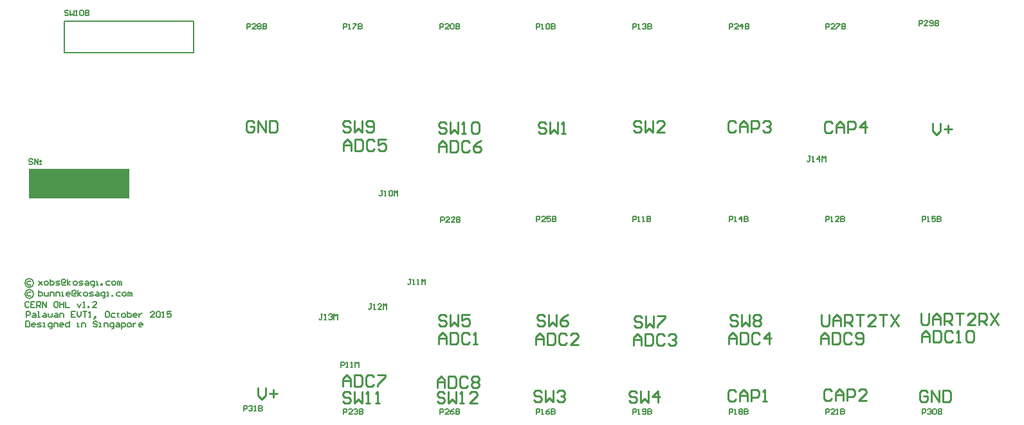
<source format=gto>
G04 Layer_Color=65535*
%FSLAX25Y25*%
%MOIN*%
G70*
G01*
G75*
%ADD14C,0.00591*%
%ADD85C,0.00787*%
%ADD98C,0.00500*%
%ADD99C,0.01000*%
%ADD100R,0.52362X0.15748*%
D14*
X-240043Y152755D02*
X-240502Y153214D01*
X-241421D01*
X-241880Y152755D01*
Y152296D01*
X-241421Y151837D01*
X-240502D01*
X-240043Y151378D01*
Y150918D01*
X-240502Y150459D01*
X-241421D01*
X-241880Y150918D01*
X-239125Y153214D02*
Y150459D01*
X-238206Y151378D01*
X-237288Y150459D01*
Y153214D01*
X-236370Y150459D02*
X-235451D01*
X-235910D01*
Y153214D01*
X-236370Y152755D01*
X-234074D02*
X-233615Y153214D01*
X-232696D01*
X-232237Y152755D01*
Y150918D01*
X-232696Y150459D01*
X-233615D01*
X-234074Y150918D01*
Y152755D01*
X-231319Y153214D02*
Y150459D01*
X-229941D01*
X-229482Y150918D01*
Y151378D01*
X-229941Y151837D01*
X-231319D01*
X-229941D01*
X-229482Y152296D01*
Y152755D01*
X-229941Y153214D01*
X-231319D01*
X-149280Y-54741D02*
Y-51986D01*
X-147902D01*
X-147443Y-52445D01*
Y-53363D01*
X-147902Y-53822D01*
X-149280D01*
X-146525Y-52445D02*
X-146065Y-51986D01*
X-145147D01*
X-144688Y-52445D01*
Y-52904D01*
X-145147Y-53363D01*
X-145606D01*
X-145147D01*
X-144688Y-53822D01*
Y-54282D01*
X-145147Y-54741D01*
X-146065D01*
X-146525Y-54282D01*
X-143770Y-54741D02*
X-142851D01*
X-143310D01*
Y-51986D01*
X-143770Y-52445D01*
X-141474Y-51986D02*
Y-54741D01*
X-140096D01*
X-139637Y-54282D01*
Y-53822D01*
X-140096Y-53363D01*
X-141474D01*
X-140096D01*
X-139637Y-52904D01*
Y-52445D01*
X-140096Y-51986D01*
X-141474D01*
X202420Y-56541D02*
Y-53786D01*
X203798D01*
X204257Y-54245D01*
Y-55163D01*
X203798Y-55622D01*
X202420D01*
X205175Y-54245D02*
X205634Y-53786D01*
X206553D01*
X207012Y-54245D01*
Y-54704D01*
X206553Y-55163D01*
X206094D01*
X206553D01*
X207012Y-55622D01*
Y-56082D01*
X206553Y-56541D01*
X205634D01*
X205175Y-56082D01*
X207930Y-54245D02*
X208390Y-53786D01*
X209308D01*
X209767Y-54245D01*
Y-56082D01*
X209308Y-56541D01*
X208390D01*
X207930Y-56082D01*
Y-54245D01*
X210685Y-53786D02*
Y-56541D01*
X212063D01*
X212522Y-56082D01*
Y-55622D01*
X212063Y-55163D01*
X210685D01*
X212063D01*
X212522Y-54704D01*
Y-54245D01*
X212063Y-53786D01*
X210685D01*
X200720Y145259D02*
Y148014D01*
X202098D01*
X202557Y147555D01*
Y146637D01*
X202098Y146178D01*
X200720D01*
X205312Y145259D02*
X203475D01*
X205312Y147096D01*
Y147555D01*
X204853Y148014D01*
X203935D01*
X203475Y147555D01*
X206230Y145718D02*
X206690Y145259D01*
X207608D01*
X208067Y145718D01*
Y147555D01*
X207608Y148014D01*
X206690D01*
X206230Y147555D01*
Y147096D01*
X206690Y146637D01*
X208067D01*
X208985Y148014D02*
Y145259D01*
X210363D01*
X210822Y145718D01*
Y146178D01*
X210363Y146637D01*
X208985D01*
X210363D01*
X210822Y147096D01*
Y147555D01*
X210363Y148014D01*
X208985D01*
X-147580Y143559D02*
Y146314D01*
X-146202D01*
X-145743Y145855D01*
Y144937D01*
X-146202Y144478D01*
X-147580D01*
X-142988Y143559D02*
X-144825D01*
X-142988Y145396D01*
Y145855D01*
X-143447Y146314D01*
X-144366D01*
X-144825Y145855D01*
X-142070D02*
X-141610Y146314D01*
X-140692D01*
X-140233Y145855D01*
Y145396D01*
X-140692Y144937D01*
X-140233Y144478D01*
Y144018D01*
X-140692Y143559D01*
X-141610D01*
X-142070Y144018D01*
Y144478D01*
X-141610Y144937D01*
X-142070Y145396D01*
Y145855D01*
X-141610Y144937D02*
X-140692D01*
X-139315Y146314D02*
Y143559D01*
X-137937D01*
X-137478Y144018D01*
Y144478D01*
X-137937Y144937D01*
X-139315D01*
X-137937D01*
X-137478Y145396D01*
Y145855D01*
X-137937Y146314D01*
X-139315D01*
X152420Y143559D02*
Y146314D01*
X153798D01*
X154257Y145855D01*
Y144937D01*
X153798Y144478D01*
X152420D01*
X157012Y143559D02*
X155175D01*
X157012Y145396D01*
Y145855D01*
X156553Y146314D01*
X155634D01*
X155175Y145855D01*
X157930Y146314D02*
X159767D01*
Y145855D01*
X157930Y144018D01*
Y143559D01*
X160685Y146314D02*
Y143559D01*
X162063D01*
X162522Y144018D01*
Y144478D01*
X162063Y144937D01*
X160685D01*
X162063D01*
X162522Y145396D01*
Y145855D01*
X162063Y146314D01*
X160685D01*
X-47580Y-56441D02*
Y-53686D01*
X-46202D01*
X-45743Y-54145D01*
Y-55063D01*
X-46202Y-55522D01*
X-47580D01*
X-42988Y-56441D02*
X-44825D01*
X-42988Y-54604D01*
Y-54145D01*
X-43447Y-53686D01*
X-44366D01*
X-44825Y-54145D01*
X-40233Y-53686D02*
X-41151Y-54145D01*
X-42070Y-55063D01*
Y-55982D01*
X-41610Y-56441D01*
X-40692D01*
X-40233Y-55982D01*
Y-55522D01*
X-40692Y-55063D01*
X-42070D01*
X-39315Y-53686D02*
Y-56441D01*
X-37937D01*
X-37478Y-55982D01*
Y-55522D01*
X-37937Y-55063D01*
X-39315D01*
X-37937D01*
X-37478Y-54604D01*
Y-54145D01*
X-37937Y-53686D01*
X-39315D01*
X2420Y43559D02*
Y46314D01*
X3798D01*
X4257Y45855D01*
Y44937D01*
X3798Y44478D01*
X2420D01*
X7012Y43559D02*
X5175D01*
X7012Y45396D01*
Y45855D01*
X6553Y46314D01*
X5635D01*
X5175Y45855D01*
X9767Y46314D02*
X7930D01*
Y44937D01*
X8849Y45396D01*
X9308D01*
X9767Y44937D01*
Y44018D01*
X9308Y43559D01*
X8389D01*
X7930Y44018D01*
X10685Y46314D02*
Y43559D01*
X12063D01*
X12522Y44018D01*
Y44478D01*
X12063Y44937D01*
X10685D01*
X12063D01*
X12522Y45396D01*
Y45855D01*
X12063Y46314D01*
X10685D01*
X102420Y143559D02*
Y146314D01*
X103798D01*
X104257Y145855D01*
Y144937D01*
X103798Y144478D01*
X102420D01*
X107012Y143559D02*
X105175D01*
X107012Y145396D01*
Y145855D01*
X106553Y146314D01*
X105634D01*
X105175Y145855D01*
X109308Y143559D02*
Y146314D01*
X107930Y144937D01*
X109767D01*
X110685Y146314D02*
Y143559D01*
X112063D01*
X112522Y144018D01*
Y144478D01*
X112063Y144937D01*
X110685D01*
X112063D01*
X112522Y145396D01*
Y145855D01*
X112063Y146314D01*
X110685D01*
X-97580Y-56441D02*
Y-53686D01*
X-96202D01*
X-95743Y-54145D01*
Y-55063D01*
X-96202Y-55522D01*
X-97580D01*
X-92988Y-56441D02*
X-94825D01*
X-92988Y-54604D01*
Y-54145D01*
X-93447Y-53686D01*
X-94366D01*
X-94825Y-54145D01*
X-92070D02*
X-91610Y-53686D01*
X-90692D01*
X-90233Y-54145D01*
Y-54604D01*
X-90692Y-55063D01*
X-91151D01*
X-90692D01*
X-90233Y-55522D01*
Y-55982D01*
X-90692Y-56441D01*
X-91610D01*
X-92070Y-55982D01*
X-89315Y-53686D02*
Y-56441D01*
X-87937D01*
X-87478Y-55982D01*
Y-55522D01*
X-87937Y-55063D01*
X-89315D01*
X-87937D01*
X-87478Y-54604D01*
Y-54145D01*
X-87937Y-53686D01*
X-89315D01*
X-47180Y43259D02*
Y46014D01*
X-45802D01*
X-45343Y45555D01*
Y44637D01*
X-45802Y44178D01*
X-47180D01*
X-42588Y43259D02*
X-44425D01*
X-42588Y45096D01*
Y45555D01*
X-43047Y46014D01*
X-43966D01*
X-44425Y45555D01*
X-39833Y43259D02*
X-41670D01*
X-39833Y45096D01*
Y45555D01*
X-40292Y46014D01*
X-41210D01*
X-41670Y45555D01*
X-38915Y46014D02*
Y43259D01*
X-37537D01*
X-37078Y43718D01*
Y44178D01*
X-37537Y44637D01*
X-38915D01*
X-37537D01*
X-37078Y45096D01*
Y45555D01*
X-37537Y46014D01*
X-38915D01*
X152420Y-56441D02*
Y-53686D01*
X153798D01*
X154257Y-54145D01*
Y-55063D01*
X153798Y-55522D01*
X152420D01*
X157012Y-56441D02*
X155175D01*
X157012Y-54604D01*
Y-54145D01*
X156553Y-53686D01*
X155634D01*
X155175Y-54145D01*
X157930Y-56441D02*
X158849D01*
X158390D01*
Y-53686D01*
X157930Y-54145D01*
X160226Y-53686D02*
Y-56441D01*
X161604D01*
X162063Y-55982D01*
Y-55522D01*
X161604Y-55063D01*
X160226D01*
X161604D01*
X162063Y-54604D01*
Y-54145D01*
X161604Y-53686D01*
X160226D01*
X-47580Y143559D02*
Y146314D01*
X-46202D01*
X-45743Y145855D01*
Y144937D01*
X-46202Y144478D01*
X-47580D01*
X-42988Y143559D02*
X-44825D01*
X-42988Y145396D01*
Y145855D01*
X-43447Y146314D01*
X-44366D01*
X-44825Y145855D01*
X-42070D02*
X-41610Y146314D01*
X-40692D01*
X-40233Y145855D01*
Y144018D01*
X-40692Y143559D01*
X-41610D01*
X-42070Y144018D01*
Y145855D01*
X-39315Y146314D02*
Y143559D01*
X-37937D01*
X-37478Y144018D01*
Y144478D01*
X-37937Y144937D01*
X-39315D01*
X-37937D01*
X-37478Y145396D01*
Y145855D01*
X-37937Y146314D01*
X-39315D01*
X52420Y-56441D02*
Y-53686D01*
X53798D01*
X54257Y-54145D01*
Y-55063D01*
X53798Y-55522D01*
X52420D01*
X55175Y-56441D02*
X56094D01*
X55634D01*
Y-53686D01*
X55175Y-54145D01*
X57471Y-55982D02*
X57930Y-56441D01*
X58849D01*
X59308Y-55982D01*
Y-54145D01*
X58849Y-53686D01*
X57930D01*
X57471Y-54145D01*
Y-54604D01*
X57930Y-55063D01*
X59308D01*
X60226Y-53686D02*
Y-56441D01*
X61604D01*
X62063Y-55982D01*
Y-55522D01*
X61604Y-55063D01*
X60226D01*
X61604D01*
X62063Y-54604D01*
Y-54145D01*
X61604Y-53686D01*
X60226D01*
X102420Y-56441D02*
Y-53686D01*
X103798D01*
X104257Y-54145D01*
Y-55063D01*
X103798Y-55522D01*
X102420D01*
X105175Y-56441D02*
X106094D01*
X105634D01*
Y-53686D01*
X105175Y-54145D01*
X107471D02*
X107930Y-53686D01*
X108849D01*
X109308Y-54145D01*
Y-54604D01*
X108849Y-55063D01*
X109308Y-55522D01*
Y-55982D01*
X108849Y-56441D01*
X107930D01*
X107471Y-55982D01*
Y-55522D01*
X107930Y-55063D01*
X107471Y-54604D01*
Y-54145D01*
X107930Y-55063D02*
X108849D01*
X110226Y-53686D02*
Y-56441D01*
X111604D01*
X112063Y-55982D01*
Y-55522D01*
X111604Y-55063D01*
X110226D01*
X111604D01*
X112063Y-54604D01*
Y-54145D01*
X111604Y-53686D01*
X110226D01*
X-97580Y143559D02*
Y146314D01*
X-96202D01*
X-95743Y145855D01*
Y144937D01*
X-96202Y144478D01*
X-97580D01*
X-94825Y143559D02*
X-93906D01*
X-94366D01*
Y146314D01*
X-94825Y145855D01*
X-92529Y146314D02*
X-90692D01*
Y145855D01*
X-92529Y144018D01*
Y143559D01*
X-89774Y146314D02*
Y143559D01*
X-88396D01*
X-87937Y144018D01*
Y144478D01*
X-88396Y144937D01*
X-89774D01*
X-88396D01*
X-87937Y145396D01*
Y145855D01*
X-88396Y146314D01*
X-89774D01*
X2420Y-56441D02*
Y-53686D01*
X3798D01*
X4257Y-54145D01*
Y-55063D01*
X3798Y-55522D01*
X2420D01*
X5175Y-56441D02*
X6094D01*
X5635D01*
Y-53686D01*
X5175Y-54145D01*
X9308Y-53686D02*
X8389Y-54145D01*
X7471Y-55063D01*
Y-55982D01*
X7930Y-56441D01*
X8849D01*
X9308Y-55982D01*
Y-55522D01*
X8849Y-55063D01*
X7471D01*
X10226Y-53686D02*
Y-56441D01*
X11604D01*
X12063Y-55982D01*
Y-55522D01*
X11604Y-55063D01*
X10226D01*
X11604D01*
X12063Y-54604D01*
Y-54145D01*
X11604Y-53686D01*
X10226D01*
X202420Y43559D02*
Y46314D01*
X203798D01*
X204257Y45855D01*
Y44937D01*
X203798Y44478D01*
X202420D01*
X205175Y43559D02*
X206094D01*
X205634D01*
Y46314D01*
X205175Y45855D01*
X209308Y46314D02*
X207471D01*
Y44937D01*
X208390Y45396D01*
X208849D01*
X209308Y44937D01*
Y44018D01*
X208849Y43559D01*
X207930D01*
X207471Y44018D01*
X210226Y46314D02*
Y43559D01*
X211604D01*
X212063Y44018D01*
Y44478D01*
X211604Y44937D01*
X210226D01*
X211604D01*
X212063Y45396D01*
Y45855D01*
X211604Y46314D01*
X210226D01*
X102420Y43559D02*
Y46314D01*
X103798D01*
X104257Y45855D01*
Y44937D01*
X103798Y44478D01*
X102420D01*
X105175Y43559D02*
X106094D01*
X105634D01*
Y46314D01*
X105175Y45855D01*
X108849Y43559D02*
Y46314D01*
X107471Y44937D01*
X109308D01*
X110226Y46314D02*
Y43559D01*
X111604D01*
X112063Y44018D01*
Y44478D01*
X111604Y44937D01*
X110226D01*
X111604D01*
X112063Y45396D01*
Y45855D01*
X111604Y46314D01*
X110226D01*
X52420Y143559D02*
Y146314D01*
X53798D01*
X54257Y145855D01*
Y144937D01*
X53798Y144478D01*
X52420D01*
X55175Y143559D02*
X56094D01*
X55634D01*
Y146314D01*
X55175Y145855D01*
X57471D02*
X57930Y146314D01*
X58849D01*
X59308Y145855D01*
Y145396D01*
X58849Y144937D01*
X58390D01*
X58849D01*
X59308Y144478D01*
Y144018D01*
X58849Y143559D01*
X57930D01*
X57471Y144018D01*
X60226Y146314D02*
Y143559D01*
X61604D01*
X62063Y144018D01*
Y144478D01*
X61604Y144937D01*
X60226D01*
X61604D01*
X62063Y145396D01*
Y145855D01*
X61604Y146314D01*
X60226D01*
X152420Y43559D02*
Y46314D01*
X153798D01*
X154257Y45855D01*
Y44937D01*
X153798Y44478D01*
X152420D01*
X155175Y43559D02*
X156094D01*
X155634D01*
Y46314D01*
X155175Y45855D01*
X159308Y43559D02*
X157471D01*
X159308Y45396D01*
Y45855D01*
X158849Y46314D01*
X157930D01*
X157471Y45855D01*
X160226Y46314D02*
Y43559D01*
X161604D01*
X162063Y44018D01*
Y44478D01*
X161604Y44937D01*
X160226D01*
X161604D01*
X162063Y45396D01*
Y45855D01*
X161604Y46314D01*
X160226D01*
X52420Y43559D02*
Y46314D01*
X53798D01*
X54257Y45855D01*
Y44937D01*
X53798Y44478D01*
X52420D01*
X55175Y43559D02*
X56094D01*
X55634D01*
Y46314D01*
X55175Y45855D01*
X57471Y43559D02*
X58390D01*
X57930D01*
Y46314D01*
X57471Y45855D01*
X59767Y46314D02*
Y43559D01*
X61145D01*
X61604Y44018D01*
Y44478D01*
X61145Y44937D01*
X59767D01*
X61145D01*
X61604Y45396D01*
Y45855D01*
X61145Y46314D01*
X59767D01*
X2420Y143559D02*
Y146314D01*
X3798D01*
X4257Y145855D01*
Y144937D01*
X3798Y144478D01*
X2420D01*
X5175Y143559D02*
X6094D01*
X5635D01*
Y146314D01*
X5175Y145855D01*
X7471D02*
X7930Y146314D01*
X8849D01*
X9308Y145855D01*
Y144018D01*
X8849Y143559D01*
X7930D01*
X7471Y144018D01*
Y145855D01*
X10226Y146314D02*
Y143559D01*
X11604D01*
X12063Y144018D01*
Y144478D01*
X11604Y144937D01*
X10226D01*
X11604D01*
X12063Y145396D01*
Y145855D01*
X11604Y146314D01*
X10226D01*
X-77199Y59546D02*
X-78117D01*
X-77658D01*
Y57250D01*
X-78117Y56791D01*
X-78576D01*
X-79035Y57250D01*
X-76280Y56791D02*
X-75362D01*
X-75821D01*
Y59546D01*
X-76280Y59087D01*
X-73985D02*
X-73525Y59546D01*
X-72607D01*
X-72148Y59087D01*
Y57250D01*
X-72607Y56791D01*
X-73525D01*
X-73985Y57250D01*
Y59087D01*
X-71229Y56791D02*
Y59546D01*
X-70311Y58628D01*
X-69393Y59546D01*
Y56791D01*
X-62495Y13541D02*
X-63413D01*
X-62954D01*
Y11245D01*
X-63413Y10786D01*
X-63872D01*
X-64332Y11245D01*
X-61577Y10786D02*
X-60658D01*
X-61117D01*
Y13541D01*
X-61577Y13082D01*
X-59281Y10786D02*
X-58362D01*
X-58822D01*
Y13541D01*
X-59281Y13082D01*
X-56985Y10786D02*
Y13541D01*
X-56067Y12623D01*
X-55148Y13541D01*
Y10786D01*
X-82826Y747D02*
X-83744D01*
X-83285D01*
Y-1548D01*
X-83744Y-2008D01*
X-84203D01*
X-84662Y-1548D01*
X-81907Y-2008D02*
X-80989D01*
X-81448D01*
Y747D01*
X-81907Y288D01*
X-77775Y-2008D02*
X-79611D01*
X-77775Y-171D01*
Y288D01*
X-78234Y747D01*
X-79152D01*
X-79611Y288D01*
X-76856Y-2008D02*
Y747D01*
X-75938Y-171D01*
X-75020Y747D01*
Y-2008D01*
X-108367Y-4545D02*
X-109286D01*
X-108827D01*
Y-6841D01*
X-109286Y-7300D01*
X-109745D01*
X-110204Y-6841D01*
X-107449Y-7300D02*
X-106531D01*
X-106990D01*
Y-4545D01*
X-107449Y-5004D01*
X-105153D02*
X-104694Y-4545D01*
X-103776D01*
X-103316Y-5004D01*
Y-5463D01*
X-103776Y-5922D01*
X-104235D01*
X-103776D01*
X-103316Y-6381D01*
Y-6841D01*
X-103776Y-7300D01*
X-104694D01*
X-105153Y-6841D01*
X-102398Y-7300D02*
Y-4545D01*
X-101480Y-5463D01*
X-100561Y-4545D01*
Y-7300D01*
X144545Y77407D02*
X143627D01*
X144086D01*
Y75111D01*
X143627Y74652D01*
X143168D01*
X142709Y75111D01*
X145464Y74652D02*
X146382D01*
X145923D01*
Y77407D01*
X145464Y76948D01*
X149137Y74652D02*
Y77407D01*
X147759Y76030D01*
X149596D01*
X150514Y74652D02*
Y77407D01*
X151433Y76489D01*
X152351Y77407D01*
Y74652D01*
X-98819Y-32087D02*
Y-29332D01*
X-97441D01*
X-96982Y-29791D01*
Y-30709D01*
X-97441Y-31168D01*
X-98819D01*
X-96064Y-32087D02*
X-95145D01*
X-95605D01*
Y-29332D01*
X-96064Y-29791D01*
X-93768Y-32087D02*
X-92850D01*
X-93309D01*
Y-29332D01*
X-93768Y-29791D01*
X-91472Y-32087D02*
Y-29332D01*
X-90554Y-30250D01*
X-89635Y-29332D01*
Y-32087D01*
X-258662Y75590D02*
X-259154Y76082D01*
X-260138D01*
X-260630Y75590D01*
Y75098D01*
X-260138Y74606D01*
X-259154D01*
X-258662Y74114D01*
Y73622D01*
X-259154Y73130D01*
X-260138D01*
X-260630Y73622D01*
X-257678Y73130D02*
Y76082D01*
X-255710Y73130D01*
Y76082D01*
X-254726Y75098D02*
X-254234D01*
Y74606D01*
X-254726D01*
Y75098D01*
Y73622D02*
X-254234D01*
Y73130D01*
X-254726D01*
Y73622D01*
D85*
X-242075Y131260D02*
X-175075D01*
X-242075D02*
Y147468D01*
X-175075D01*
Y131260D02*
Y147468D01*
D98*
X-258039Y5906D02*
G03*
X-258039Y5906I-2296J0D01*
G01*
Y11614D02*
G03*
X-258039Y11614I-2296J0D01*
G01*
X-260402Y1417D02*
X-260902Y1916D01*
X-261902D01*
X-262402Y1417D01*
Y-583D01*
X-261902Y-1083D01*
X-260902D01*
X-260402Y-583D01*
X-257403Y1916D02*
X-259402D01*
Y-1083D01*
X-257403D01*
X-259402Y417D02*
X-258403D01*
X-256403Y-1083D02*
Y1916D01*
X-254904D01*
X-254404Y1417D01*
Y417D01*
X-254904Y-83D01*
X-256403D01*
X-255404D02*
X-254404Y-1083D01*
X-253404D02*
Y1916D01*
X-251405Y-1083D01*
Y1916D01*
X-245907D02*
X-246907D01*
X-247406Y1417D01*
Y-583D01*
X-246907Y-1083D01*
X-245907D01*
X-245407Y-583D01*
Y1417D01*
X-245907Y1916D01*
X-244407D02*
Y-1083D01*
Y417D01*
X-242408D01*
Y1916D01*
Y-1083D01*
X-241408Y1916D02*
Y-1083D01*
X-239409D01*
X-235410Y917D02*
X-234411Y-1083D01*
X-233411Y917D01*
X-232411Y-1083D02*
X-231412D01*
X-231911D01*
Y1916D01*
X-232411Y1417D01*
X-229912Y-1083D02*
Y-583D01*
X-229412D01*
Y-1083D01*
X-229912D01*
X-225413D02*
X-227413D01*
X-225413Y917D01*
Y1417D01*
X-225913Y1916D01*
X-226913D01*
X-227413Y1417D01*
X-259516Y6822D02*
X-261016D01*
X-261516Y6322D01*
Y5323D01*
X-261016Y4823D01*
X-259516D01*
X-255518Y7822D02*
Y4823D01*
X-254018D01*
X-253518Y5323D01*
Y5822D01*
Y6322D01*
X-254018Y6822D01*
X-255518D01*
X-252519D02*
Y5323D01*
X-252019Y4823D01*
X-250519D01*
Y6822D01*
X-249520Y4823D02*
Y6822D01*
X-248020D01*
X-247520Y6322D01*
Y4823D01*
X-246521D02*
Y6822D01*
X-245021D01*
X-244521Y6322D01*
Y4823D01*
X-243522D02*
X-242522D01*
X-243022D01*
Y6822D01*
X-243522D01*
X-239523Y4823D02*
X-240523D01*
X-241022Y5323D01*
Y6322D01*
X-240523Y6822D01*
X-239523D01*
X-239023Y6322D01*
Y5822D01*
X-241022D01*
X-236524D02*
Y6322D01*
X-237024D01*
Y5822D01*
X-236524D01*
X-236024Y6322D01*
Y7322D01*
X-236524Y7822D01*
X-237524D01*
X-238023Y7322D01*
Y5323D01*
X-237524Y4823D01*
X-236024D01*
X-235024D02*
Y7822D01*
Y5822D02*
X-233525Y6822D01*
X-235024Y5822D02*
X-233525Y4823D01*
X-231525D02*
X-230526D01*
X-230026Y5323D01*
Y6322D01*
X-230526Y6822D01*
X-231525D01*
X-232025Y6322D01*
Y5323D01*
X-231525Y4823D01*
X-229026D02*
X-227527D01*
X-227027Y5323D01*
X-227527Y5822D01*
X-228526D01*
X-229026Y6322D01*
X-228526Y6822D01*
X-227027D01*
X-225527D02*
X-224528D01*
X-224028Y6322D01*
Y4823D01*
X-225527D01*
X-226027Y5323D01*
X-225527Y5822D01*
X-224028D01*
X-222028Y3823D02*
X-221529D01*
X-221029Y4323D01*
Y6822D01*
X-222528D01*
X-223028Y6322D01*
Y5323D01*
X-222528Y4823D01*
X-221029D01*
X-220029D02*
X-219029D01*
X-219529D01*
Y6822D01*
X-220029D01*
X-217530Y4823D02*
Y5323D01*
X-217030D01*
Y4823D01*
X-217530D01*
X-213031Y6822D02*
X-214531D01*
X-215031Y6322D01*
Y5323D01*
X-214531Y4823D01*
X-213031D01*
X-211532D02*
X-210532D01*
X-210032Y5323D01*
Y6322D01*
X-210532Y6822D01*
X-211532D01*
X-212032Y6322D01*
Y5323D01*
X-211532Y4823D01*
X-209033D02*
Y6822D01*
X-208533D01*
X-208033Y6322D01*
Y4823D01*
Y6322D01*
X-207533Y6822D01*
X-207033Y6322D01*
Y4823D01*
X-259516Y12629D02*
X-261016D01*
X-261516Y12129D01*
Y11130D01*
X-261016Y10630D01*
X-259516D01*
X-255518Y12629D02*
X-253518Y10630D01*
X-254518Y11630D01*
X-253518Y12629D01*
X-255518Y10630D01*
X-252019D02*
X-251019D01*
X-250519Y11130D01*
Y12129D01*
X-251019Y12629D01*
X-252019D01*
X-252519Y12129D01*
Y11130D01*
X-252019Y10630D01*
X-249520Y13629D02*
Y10630D01*
X-248020D01*
X-247520Y11130D01*
Y11630D01*
Y12129D01*
X-248020Y12629D01*
X-249520D01*
X-246521Y10630D02*
X-245021D01*
X-244521Y11130D01*
X-245021Y11630D01*
X-246021D01*
X-246521Y12129D01*
X-246021Y12629D01*
X-244521D01*
X-242022Y11630D02*
Y12129D01*
X-242522D01*
Y11630D01*
X-242022D01*
X-241522Y12129D01*
Y13129D01*
X-242022Y13629D01*
X-243022D01*
X-243522Y13129D01*
Y11130D01*
X-243022Y10630D01*
X-241522D01*
X-240523D02*
Y13629D01*
Y11630D02*
X-239023Y12629D01*
X-240523Y11630D02*
X-239023Y10630D01*
X-237024D02*
X-236024D01*
X-235524Y11130D01*
Y12129D01*
X-236024Y12629D01*
X-237024D01*
X-237524Y12129D01*
Y11130D01*
X-237024Y10630D01*
X-234524D02*
X-233025D01*
X-232525Y11130D01*
X-233025Y11630D01*
X-234025D01*
X-234524Y12129D01*
X-234025Y12629D01*
X-232525D01*
X-231026D02*
X-230026D01*
X-229526Y12129D01*
Y10630D01*
X-231026D01*
X-231525Y11130D01*
X-231026Y11630D01*
X-229526D01*
X-227527Y9630D02*
X-227027D01*
X-226527Y10130D01*
Y12629D01*
X-228027D01*
X-228526Y12129D01*
Y11130D01*
X-228027Y10630D01*
X-226527D01*
X-225527D02*
X-224528D01*
X-225028D01*
Y12629D01*
X-225527D01*
X-223028Y10630D02*
Y11130D01*
X-222528D01*
Y10630D01*
X-223028D01*
X-218530Y12629D02*
X-220029D01*
X-220529Y12129D01*
Y11130D01*
X-220029Y10630D01*
X-218530D01*
X-217030D02*
X-216031D01*
X-215531Y11130D01*
Y12129D01*
X-216031Y12629D01*
X-217030D01*
X-217530Y12129D01*
Y11130D01*
X-217030Y10630D01*
X-214531D02*
Y12629D01*
X-214031D01*
X-213531Y12129D01*
Y10630D01*
Y12129D01*
X-213031Y12629D01*
X-212532Y12129D01*
Y10630D01*
X-262106Y-8221D02*
Y-11220D01*
X-260607D01*
X-260107Y-10721D01*
Y-8721D01*
X-260607Y-8221D01*
X-262106D01*
X-257608Y-11220D02*
X-258607D01*
X-259107Y-10721D01*
Y-9721D01*
X-258607Y-9221D01*
X-257608D01*
X-257108Y-9721D01*
Y-10221D01*
X-259107D01*
X-256108Y-11220D02*
X-254609D01*
X-254109Y-10721D01*
X-254609Y-10221D01*
X-255608D01*
X-256108Y-9721D01*
X-255608Y-9221D01*
X-254109D01*
X-253109Y-11220D02*
X-252110D01*
X-252609D01*
Y-9221D01*
X-253109D01*
X-249610Y-12220D02*
X-249111D01*
X-248611Y-11720D01*
Y-9221D01*
X-250110D01*
X-250610Y-9721D01*
Y-10721D01*
X-250110Y-11220D01*
X-248611D01*
X-247611D02*
Y-9221D01*
X-246111D01*
X-245612Y-9721D01*
Y-11220D01*
X-243112D02*
X-244112D01*
X-244612Y-10721D01*
Y-9721D01*
X-244112Y-9221D01*
X-243112D01*
X-242613Y-9721D01*
Y-10221D01*
X-244612D01*
X-239614Y-8221D02*
Y-11220D01*
X-241113D01*
X-241613Y-10721D01*
Y-9721D01*
X-241113Y-9221D01*
X-239614D01*
X-235615Y-11220D02*
X-234615D01*
X-235115D01*
Y-9221D01*
X-235615D01*
X-233116Y-11220D02*
Y-9221D01*
X-231616D01*
X-231116Y-9721D01*
Y-11220D01*
X-225118Y-8721D02*
X-225618Y-8221D01*
X-226618D01*
X-227118Y-8721D01*
Y-9221D01*
X-226618Y-9721D01*
X-225618D01*
X-225118Y-10221D01*
Y-10721D01*
X-225618Y-11220D01*
X-226618D01*
X-227118Y-10721D01*
X-224119Y-11220D02*
X-223119D01*
X-223619D01*
Y-9221D01*
X-224119D01*
X-221619Y-11220D02*
Y-9221D01*
X-220120D01*
X-219620Y-9721D01*
Y-11220D01*
X-217621Y-12220D02*
X-217121D01*
X-216621Y-11720D01*
Y-9221D01*
X-218121D01*
X-218620Y-9721D01*
Y-10721D01*
X-218121Y-11220D01*
X-216621D01*
X-215122Y-9221D02*
X-214122D01*
X-213622Y-9721D01*
Y-11220D01*
X-215122D01*
X-215621Y-10721D01*
X-215122Y-10221D01*
X-213622D01*
X-212622Y-12220D02*
Y-9221D01*
X-211123D01*
X-210623Y-9721D01*
Y-10721D01*
X-211123Y-11220D01*
X-212622D01*
X-209123D02*
X-208124D01*
X-207624Y-10721D01*
Y-9721D01*
X-208124Y-9221D01*
X-209123D01*
X-209623Y-9721D01*
Y-10721D01*
X-209123Y-11220D01*
X-206624Y-9221D02*
Y-11220D01*
Y-10221D01*
X-206124Y-9721D01*
X-205625Y-9221D01*
X-205125D01*
X-202126Y-11220D02*
X-203125D01*
X-203625Y-10721D01*
Y-9721D01*
X-203125Y-9221D01*
X-202126D01*
X-201626Y-9721D01*
Y-10221D01*
X-203625D01*
X-261910Y-6201D02*
Y-3202D01*
X-260410D01*
X-259910Y-3702D01*
Y-4701D01*
X-260410Y-5201D01*
X-261910D01*
X-258411Y-4201D02*
X-257411D01*
X-256911Y-4701D01*
Y-6201D01*
X-258411D01*
X-258910Y-5701D01*
X-258411Y-5201D01*
X-256911D01*
X-255911Y-6201D02*
X-254912D01*
X-255412D01*
Y-3202D01*
X-255911D01*
X-252912Y-4201D02*
X-251913D01*
X-251413Y-4701D01*
Y-6201D01*
X-252912D01*
X-253412Y-5701D01*
X-252912Y-5201D01*
X-251413D01*
X-250413Y-4201D02*
Y-5701D01*
X-249913Y-6201D01*
X-249413Y-5701D01*
X-248914Y-6201D01*
X-248414Y-5701D01*
Y-4201D01*
X-246914D02*
X-245915D01*
X-245415Y-4701D01*
Y-6201D01*
X-246914D01*
X-247414Y-5701D01*
X-246914Y-5201D01*
X-245415D01*
X-244415Y-6201D02*
Y-4201D01*
X-242916D01*
X-242416Y-4701D01*
Y-6201D01*
X-236418Y-3202D02*
X-238417D01*
Y-6201D01*
X-236418D01*
X-238417Y-4701D02*
X-237417D01*
X-235418Y-3202D02*
Y-5201D01*
X-234418Y-6201D01*
X-233419Y-5201D01*
Y-3202D01*
X-232419D02*
X-230420D01*
X-231419D01*
Y-6201D01*
X-229420D02*
X-228420D01*
X-228920D01*
Y-3202D01*
X-229420Y-3702D01*
X-226421Y-6701D02*
X-225921Y-6201D01*
Y-5701D01*
X-226421D01*
Y-6201D01*
X-225921D01*
X-226421Y-6701D01*
X-226921Y-7201D01*
X-219423Y-3202D02*
X-220423D01*
X-220923Y-3702D01*
Y-5701D01*
X-220423Y-6201D01*
X-219423D01*
X-218923Y-5701D01*
Y-3702D01*
X-219423Y-3202D01*
X-215924Y-4201D02*
X-217424D01*
X-217924Y-4701D01*
Y-5701D01*
X-217424Y-6201D01*
X-215924D01*
X-214425Y-3702D02*
Y-4201D01*
X-214925D01*
X-213925D01*
X-214425D01*
Y-5701D01*
X-213925Y-6201D01*
X-211926D02*
X-210926D01*
X-210426Y-5701D01*
Y-4701D01*
X-210926Y-4201D01*
X-211926D01*
X-212425Y-4701D01*
Y-5701D01*
X-211926Y-6201D01*
X-209426Y-3202D02*
Y-6201D01*
X-207927D01*
X-207427Y-5701D01*
Y-5201D01*
Y-4701D01*
X-207927Y-4201D01*
X-209426D01*
X-204928Y-6201D02*
X-205928D01*
X-206427Y-5701D01*
Y-4701D01*
X-205928Y-4201D01*
X-204928D01*
X-204428Y-4701D01*
Y-5201D01*
X-206427D01*
X-203428Y-4201D02*
Y-6201D01*
Y-5201D01*
X-202928Y-4701D01*
X-202429Y-4201D01*
X-201929D01*
X-195431Y-6201D02*
X-197430D01*
X-195431Y-4201D01*
Y-3702D01*
X-195931Y-3202D01*
X-196931D01*
X-197430Y-3702D01*
X-194431D02*
X-193931Y-3202D01*
X-192932D01*
X-192432Y-3702D01*
Y-5701D01*
X-192932Y-6201D01*
X-193931D01*
X-194431Y-5701D01*
Y-3702D01*
X-191432Y-6201D02*
X-190433D01*
X-190932D01*
Y-3202D01*
X-191432Y-3702D01*
X-186934Y-3202D02*
X-188933D01*
Y-4701D01*
X-187933Y-4201D01*
X-187434D01*
X-186934Y-4701D01*
Y-5701D01*
X-187434Y-6201D01*
X-188433D01*
X-188933Y-5701D01*
D99*
X-143934Y94959D02*
X-144934Y95959D01*
X-146933D01*
X-147933Y94959D01*
Y90960D01*
X-146933Y89961D01*
X-144934D01*
X-143934Y90960D01*
Y92960D01*
X-145934D01*
X-141935Y89961D02*
Y95959D01*
X-137936Y89961D01*
Y95959D01*
X-135937D02*
Y89961D01*
X-132938D01*
X-131938Y90960D01*
Y94959D01*
X-132938Y95959D01*
X-135937D01*
X-97638Y80315D02*
Y84314D01*
X-95639Y86313D01*
X-93639Y84314D01*
Y80315D01*
Y83314D01*
X-97638D01*
X-91640Y86313D02*
Y80315D01*
X-88641D01*
X-87641Y81315D01*
Y85313D01*
X-88641Y86313D01*
X-91640D01*
X-81643Y85313D02*
X-82643Y86313D01*
X-84642D01*
X-85642Y85313D01*
Y81315D01*
X-84642Y80315D01*
X-82643D01*
X-81643Y81315D01*
X-75645Y86313D02*
X-79644D01*
Y83314D01*
X-77644Y84314D01*
X-76645D01*
X-75645Y83314D01*
Y81315D01*
X-76645Y80315D01*
X-78644D01*
X-79644Y81315D01*
X-93738Y94762D02*
X-94737Y95762D01*
X-96737D01*
X-97736Y94762D01*
Y93762D01*
X-96737Y92763D01*
X-94737D01*
X-93738Y91763D01*
Y90763D01*
X-94737Y89764D01*
X-96737D01*
X-97736Y90763D01*
X-91738Y95762D02*
Y89764D01*
X-89739Y91763D01*
X-87739Y89764D01*
Y95762D01*
X-85740Y90763D02*
X-84740Y89764D01*
X-82741D01*
X-81741Y90763D01*
Y94762D01*
X-82741Y95762D01*
X-84740D01*
X-85740Y94762D01*
Y93762D01*
X-84740Y92763D01*
X-81741D01*
X-48031Y79626D02*
Y83625D01*
X-46032Y85624D01*
X-44033Y83625D01*
Y79626D01*
Y82625D01*
X-48031D01*
X-42033Y85624D02*
Y79626D01*
X-39034D01*
X-38035Y80626D01*
Y84624D01*
X-39034Y85624D01*
X-42033D01*
X-32037Y84624D02*
X-33036Y85624D01*
X-35036D01*
X-36035Y84624D01*
Y80626D01*
X-35036Y79626D01*
X-33036D01*
X-32037Y80626D01*
X-26039Y85624D02*
X-28038Y84624D01*
X-30037Y82625D01*
Y80626D01*
X-29038Y79626D01*
X-27038D01*
X-26039Y80626D01*
Y81625D01*
X-27038Y82625D01*
X-30037D01*
X-44033Y94368D02*
X-45033Y95368D01*
X-47032D01*
X-48031Y94368D01*
Y93369D01*
X-47032Y92369D01*
X-45033D01*
X-44033Y91369D01*
Y90370D01*
X-45033Y89370D01*
X-47032D01*
X-48031Y90370D01*
X-42033Y95368D02*
Y89370D01*
X-40034Y91369D01*
X-38035Y89370D01*
Y95368D01*
X-36035Y89370D02*
X-34036D01*
X-35036D01*
Y95368D01*
X-36035Y94368D01*
X-31037D02*
X-30037Y95368D01*
X-28038D01*
X-27038Y94368D01*
Y90370D01*
X-28038Y89370D01*
X-30037D01*
X-31037Y90370D01*
Y94368D01*
X7444Y94172D02*
X6444Y95171D01*
X4445D01*
X3445Y94172D01*
Y93172D01*
X4445Y92172D01*
X6444D01*
X7444Y91173D01*
Y90173D01*
X6444Y89173D01*
X4445D01*
X3445Y90173D01*
X9443Y95171D02*
Y89173D01*
X11442Y91173D01*
X13442Y89173D01*
Y95171D01*
X15441Y89173D02*
X17440D01*
X16441D01*
Y95171D01*
X15441Y94172D01*
X56853Y94959D02*
X55853Y95959D01*
X53854D01*
X52854Y94959D01*
Y93959D01*
X53854Y92960D01*
X55853D01*
X56853Y91960D01*
Y90960D01*
X55853Y89961D01*
X53854D01*
X52854Y90960D01*
X58852Y95959D02*
Y89961D01*
X60852Y91960D01*
X62851Y89961D01*
Y95959D01*
X68849Y89961D02*
X64850D01*
X68849Y93959D01*
Y94959D01*
X67849Y95959D01*
X65850D01*
X64850Y94959D01*
X105672D02*
X104672Y95959D01*
X102673D01*
X101673Y94959D01*
Y90960D01*
X102673Y89961D01*
X104672D01*
X105672Y90960D01*
X107671Y89961D02*
Y93959D01*
X109671Y95959D01*
X111670Y93959D01*
Y89961D01*
Y92960D01*
X107671D01*
X113669Y89961D02*
Y95959D01*
X116668D01*
X117668Y94959D01*
Y92960D01*
X116668Y91960D01*
X113669D01*
X119667Y94959D02*
X120667Y95959D01*
X122666D01*
X123666Y94959D01*
Y93959D01*
X122666Y92960D01*
X121667D01*
X122666D01*
X123666Y91960D01*
Y90960D01*
X122666Y89961D01*
X120667D01*
X119667Y90960D01*
X155869Y94565D02*
X154869Y95565D01*
X152870D01*
X151870Y94565D01*
Y90567D01*
X152870Y89567D01*
X154869D01*
X155869Y90567D01*
X157868Y89567D02*
Y93566D01*
X159868Y95565D01*
X161867Y93566D01*
Y89567D01*
Y92566D01*
X157868D01*
X163866Y89567D02*
Y95565D01*
X166865D01*
X167865Y94565D01*
Y92566D01*
X166865Y91566D01*
X163866D01*
X172863Y89567D02*
Y95565D01*
X169864Y92566D01*
X173863D01*
X207874Y94679D02*
Y90680D01*
X209873Y88681D01*
X211873Y90680D01*
Y94679D01*
X213872Y91680D02*
X217871D01*
X215871Y93679D02*
Y89681D01*
X-48228Y-20177D02*
Y-16179D01*
X-46229Y-14179D01*
X-44230Y-16179D01*
Y-20177D01*
Y-17178D01*
X-48228D01*
X-42230Y-14179D02*
Y-20177D01*
X-39231D01*
X-38232Y-19177D01*
Y-15179D01*
X-39231Y-14179D01*
X-42230D01*
X-32234Y-15179D02*
X-33233Y-14179D01*
X-35232D01*
X-36232Y-15179D01*
Y-19177D01*
X-35232Y-20177D01*
X-33233D01*
X-32234Y-19177D01*
X-30234Y-20177D02*
X-28235D01*
X-29234D01*
Y-14179D01*
X-30234Y-15179D01*
X-44033Y-5828D02*
X-45033Y-4829D01*
X-47032D01*
X-48031Y-5828D01*
Y-6828D01*
X-47032Y-7828D01*
X-45033D01*
X-44033Y-8827D01*
Y-9827D01*
X-45033Y-10827D01*
X-47032D01*
X-48031Y-9827D01*
X-42033Y-4829D02*
Y-10827D01*
X-40034Y-8827D01*
X-38035Y-10827D01*
Y-4829D01*
X-32037D02*
X-36035D01*
Y-7828D01*
X-34036Y-6828D01*
X-33036D01*
X-32037Y-7828D01*
Y-9827D01*
X-33036Y-10827D01*
X-35036D01*
X-36035Y-9827D01*
X2165Y-20374D02*
Y-16375D01*
X4165Y-14376D01*
X6164Y-16375D01*
Y-20374D01*
Y-17375D01*
X2165D01*
X8163Y-14376D02*
Y-20374D01*
X11162D01*
X12162Y-19374D01*
Y-15376D01*
X11162Y-14376D01*
X8163D01*
X18160Y-15376D02*
X17161Y-14376D01*
X15161D01*
X14162Y-15376D01*
Y-19374D01*
X15161Y-20374D01*
X17161D01*
X18160Y-19374D01*
X24158Y-20374D02*
X20159D01*
X24158Y-16375D01*
Y-15376D01*
X23159Y-14376D01*
X21159D01*
X20159Y-15376D01*
X6951Y-5632D02*
X5952Y-4632D01*
X3952D01*
X2953Y-5632D01*
Y-6631D01*
X3952Y-7631D01*
X5952D01*
X6951Y-8631D01*
Y-9630D01*
X5952Y-10630D01*
X3952D01*
X2953Y-9630D01*
X8951Y-4632D02*
Y-10630D01*
X10950Y-8631D01*
X12949Y-10630D01*
Y-4632D01*
X18948D02*
X16948Y-5632D01*
X14949Y-7631D01*
Y-9630D01*
X15949Y-10630D01*
X17948D01*
X18948Y-9630D01*
Y-8631D01*
X17948Y-7631D01*
X14949D01*
X52854Y-20768D02*
Y-16769D01*
X54854Y-14770D01*
X56853Y-16769D01*
Y-20768D01*
Y-17769D01*
X52854D01*
X58852Y-14770D02*
Y-20768D01*
X61851D01*
X62851Y-19768D01*
Y-15769D01*
X61851Y-14770D01*
X58852D01*
X68849Y-15769D02*
X67849Y-14770D01*
X65850D01*
X64850Y-15769D01*
Y-19768D01*
X65850Y-20768D01*
X67849D01*
X68849Y-19768D01*
X70849Y-15769D02*
X71848Y-14770D01*
X73848D01*
X74847Y-15769D01*
Y-16769D01*
X73848Y-17769D01*
X72848D01*
X73848D01*
X74847Y-18768D01*
Y-19768D01*
X73848Y-20768D01*
X71848D01*
X70849Y-19768D01*
X57247Y-6517D02*
X56247Y-5518D01*
X54248D01*
X53248Y-6517D01*
Y-7517D01*
X54248Y-8517D01*
X56247D01*
X57247Y-9516D01*
Y-10516D01*
X56247Y-11516D01*
X54248D01*
X53248Y-10516D01*
X59246Y-5518D02*
Y-11516D01*
X61245Y-9516D01*
X63245Y-11516D01*
Y-5518D01*
X65244D02*
X69243D01*
Y-6517D01*
X65244Y-10516D01*
Y-11516D01*
X102165Y-19980D02*
Y-15982D01*
X104165Y-13982D01*
X106164Y-15982D01*
Y-19980D01*
Y-16981D01*
X102165D01*
X108163Y-13982D02*
Y-19980D01*
X111162D01*
X112162Y-18981D01*
Y-14982D01*
X111162Y-13982D01*
X108163D01*
X118160Y-14982D02*
X117160Y-13982D01*
X115161D01*
X114162Y-14982D01*
Y-18981D01*
X115161Y-19980D01*
X117160D01*
X118160Y-18981D01*
X123159Y-19980D02*
Y-13982D01*
X120159Y-16981D01*
X124158D01*
X106951Y-5632D02*
X105952Y-4632D01*
X103952D01*
X102953Y-5632D01*
Y-6631D01*
X103952Y-7631D01*
X105952D01*
X106951Y-8631D01*
Y-9630D01*
X105952Y-10630D01*
X103952D01*
X102953Y-9630D01*
X108951Y-4632D02*
Y-10630D01*
X110950Y-8631D01*
X112950Y-10630D01*
Y-4632D01*
X114949Y-5632D02*
X115949Y-4632D01*
X117948D01*
X118948Y-5632D01*
Y-6631D01*
X117948Y-7631D01*
X118948Y-8631D01*
Y-9630D01*
X117948Y-10630D01*
X115949D01*
X114949Y-9630D01*
Y-8631D01*
X115949Y-7631D01*
X114949Y-6631D01*
Y-5632D01*
X115949Y-7631D02*
X117948D01*
X150098Y-4927D02*
Y-9926D01*
X151098Y-10925D01*
X153097D01*
X154097Y-9926D01*
Y-4927D01*
X156096Y-10925D02*
Y-6927D01*
X158096Y-4927D01*
X160095Y-6927D01*
Y-10925D01*
Y-7926D01*
X156096D01*
X162095Y-10925D02*
Y-4927D01*
X165094D01*
X166093Y-5927D01*
Y-7926D01*
X165094Y-8926D01*
X162095D01*
X164094D02*
X166093Y-10925D01*
X168093Y-4927D02*
X172091D01*
X170092D01*
Y-10925D01*
X178089D02*
X174091D01*
X178089Y-6927D01*
Y-5927D01*
X177090Y-4927D01*
X175090D01*
X174091Y-5927D01*
X180089Y-4927D02*
X184087D01*
X182088D01*
Y-10925D01*
X186087Y-4927D02*
X190085Y-10925D01*
Y-4927D02*
X186087Y-10925D01*
X149902Y-20177D02*
Y-16179D01*
X151901Y-14179D01*
X153900Y-16179D01*
Y-20177D01*
Y-17178D01*
X149902D01*
X155900Y-14179D02*
Y-20177D01*
X158899D01*
X159898Y-19177D01*
Y-15179D01*
X158899Y-14179D01*
X155900D01*
X165896Y-15179D02*
X164897Y-14179D01*
X162897D01*
X161898Y-15179D01*
Y-19177D01*
X162897Y-20177D01*
X164897D01*
X165896Y-19177D01*
X167896D02*
X168895Y-20177D01*
X170895D01*
X171895Y-19177D01*
Y-15179D01*
X170895Y-14179D01*
X168895D01*
X167896Y-15179D01*
Y-16179D01*
X168895Y-17178D01*
X171895D01*
X202165Y-19193D02*
Y-15194D01*
X204165Y-13195D01*
X206164Y-15194D01*
Y-19193D01*
Y-16194D01*
X202165D01*
X208163Y-13195D02*
Y-19193D01*
X211162D01*
X212162Y-18193D01*
Y-14195D01*
X211162Y-13195D01*
X208163D01*
X218160Y-14195D02*
X217161Y-13195D01*
X215161D01*
X214161Y-14195D01*
Y-18193D01*
X215161Y-19193D01*
X217161D01*
X218160Y-18193D01*
X220160Y-19193D02*
X222159D01*
X221159D01*
Y-13195D01*
X220160Y-14195D01*
X225158D02*
X226158Y-13195D01*
X228157D01*
X229157Y-14195D01*
Y-18193D01*
X228157Y-19193D01*
X226158D01*
X225158Y-18193D01*
Y-14195D01*
X201969Y-4238D02*
Y-9236D01*
X202968Y-10236D01*
X204967D01*
X205967Y-9236D01*
Y-4238D01*
X207967Y-10236D02*
Y-6238D01*
X209966Y-4238D01*
X211965Y-6238D01*
Y-10236D01*
Y-7237D01*
X207967D01*
X213965Y-10236D02*
Y-4238D01*
X216964D01*
X217963Y-5238D01*
Y-7237D01*
X216964Y-8237D01*
X213965D01*
X215964D02*
X217963Y-10236D01*
X219963Y-4238D02*
X223961D01*
X221962D01*
Y-10236D01*
X229960D02*
X225961D01*
X229960Y-6238D01*
Y-5238D01*
X228960Y-4238D01*
X226960D01*
X225961Y-5238D01*
X231959Y-10236D02*
Y-4238D01*
X234958D01*
X235958Y-5238D01*
Y-7237D01*
X234958Y-8237D01*
X231959D01*
X233958D02*
X235958Y-10236D01*
X237957Y-4238D02*
X241956Y-10236D01*
Y-4238D02*
X237957Y-10236D01*
X-141929Y-42624D02*
Y-46623D01*
X-139930Y-48622D01*
X-137930Y-46623D01*
Y-42624D01*
X-135931Y-45623D02*
X-131932D01*
X-133932Y-43624D02*
Y-47622D01*
X-97933Y-42224D02*
Y-38226D01*
X-95934Y-36226D01*
X-93934Y-38226D01*
Y-42224D01*
Y-39225D01*
X-97933D01*
X-91935Y-36226D02*
Y-42224D01*
X-88936D01*
X-87936Y-41225D01*
Y-37226D01*
X-88936Y-36226D01*
X-91935D01*
X-81938Y-37226D02*
X-82938Y-36226D01*
X-84937D01*
X-85937Y-37226D01*
Y-41225D01*
X-84937Y-42224D01*
X-82938D01*
X-81938Y-41225D01*
X-79939Y-36226D02*
X-75940D01*
Y-37226D01*
X-79939Y-41225D01*
Y-42224D01*
X-93934Y-45888D02*
X-94934Y-44888D01*
X-96933D01*
X-97933Y-45888D01*
Y-46887D01*
X-96933Y-47887D01*
X-94934D01*
X-93934Y-48886D01*
Y-49886D01*
X-94934Y-50886D01*
X-96933D01*
X-97933Y-49886D01*
X-91935Y-44888D02*
Y-50886D01*
X-89936Y-48886D01*
X-87936Y-50886D01*
Y-44888D01*
X-85937Y-50886D02*
X-83938D01*
X-84937D01*
Y-44888D01*
X-85937Y-45888D01*
X-80939Y-50886D02*
X-78939D01*
X-79939D01*
Y-44888D01*
X-80939Y-45888D01*
X-49016Y-42618D02*
Y-38619D01*
X-47016Y-36620D01*
X-45017Y-38619D01*
Y-42618D01*
Y-39619D01*
X-49016D01*
X-43018Y-36620D02*
Y-42618D01*
X-40019D01*
X-39019Y-41618D01*
Y-37620D01*
X-40019Y-36620D01*
X-43018D01*
X-33021Y-37620D02*
X-34021Y-36620D01*
X-36020D01*
X-37020Y-37620D01*
Y-41618D01*
X-36020Y-42618D01*
X-34021D01*
X-33021Y-41618D01*
X-31022Y-37620D02*
X-30022Y-36620D01*
X-28023D01*
X-27023Y-37620D01*
Y-38619D01*
X-28023Y-39619D01*
X-27023Y-40619D01*
Y-41618D01*
X-28023Y-42618D01*
X-30022D01*
X-31022Y-41618D01*
Y-40619D01*
X-30022Y-39619D01*
X-31022Y-38619D01*
Y-37620D01*
X-30022Y-39619D02*
X-28023D01*
X-45017Y-45789D02*
X-46017Y-44789D01*
X-48016D01*
X-49016Y-45789D01*
Y-46789D01*
X-48016Y-47788D01*
X-46017D01*
X-45017Y-48788D01*
Y-49788D01*
X-46017Y-50787D01*
X-48016D01*
X-49016Y-49788D01*
X-43018Y-44789D02*
Y-50787D01*
X-41018Y-48788D01*
X-39019Y-50787D01*
Y-44789D01*
X-37020Y-50787D02*
X-35020D01*
X-36020D01*
Y-44789D01*
X-37020Y-45789D01*
X-28023Y-50787D02*
X-32021D01*
X-28023Y-46789D01*
Y-45789D01*
X-29022Y-44789D01*
X-31022D01*
X-32021Y-45789D01*
X5081Y-45199D02*
X4082Y-44199D01*
X2082D01*
X1083Y-45199D01*
Y-46198D01*
X2082Y-47198D01*
X4082D01*
X5081Y-48197D01*
Y-49197D01*
X4082Y-50197D01*
X2082D01*
X1083Y-49197D01*
X7081Y-44199D02*
Y-50197D01*
X9080Y-48197D01*
X11079Y-50197D01*
Y-44199D01*
X13079Y-45199D02*
X14078Y-44199D01*
X16078D01*
X17077Y-45199D01*
Y-46198D01*
X16078Y-47198D01*
X15078D01*
X16078D01*
X17077Y-48197D01*
Y-49197D01*
X16078Y-50197D01*
X14078D01*
X13079Y-49197D01*
X54589Y-45494D02*
X53590Y-44494D01*
X51590D01*
X50591Y-45494D01*
Y-46493D01*
X51590Y-47493D01*
X53590D01*
X54589Y-48493D01*
Y-49492D01*
X53590Y-50492D01*
X51590D01*
X50591Y-49492D01*
X56589Y-44494D02*
Y-50492D01*
X58588Y-48493D01*
X60587Y-50492D01*
Y-44494D01*
X65586Y-50492D02*
Y-44494D01*
X62587Y-47493D01*
X66585D01*
X105770Y-44903D02*
X104771Y-43903D01*
X102771D01*
X101772Y-44903D01*
Y-48902D01*
X102771Y-49902D01*
X104771D01*
X105770Y-48902D01*
X107770Y-49902D02*
Y-45903D01*
X109769Y-43903D01*
X111768Y-45903D01*
Y-49902D01*
Y-46902D01*
X107770D01*
X113768Y-49902D02*
Y-43903D01*
X116767D01*
X117766Y-44903D01*
Y-46902D01*
X116767Y-47902D01*
X113768D01*
X119766Y-49902D02*
X121765D01*
X120765D01*
Y-43903D01*
X119766Y-44903D01*
X155573Y-44313D02*
X154574Y-43313D01*
X152575D01*
X151575Y-44313D01*
Y-48311D01*
X152575Y-49311D01*
X154574D01*
X155573Y-48311D01*
X157573Y-49311D02*
Y-45312D01*
X159572Y-43313D01*
X161572Y-45312D01*
Y-49311D01*
Y-46312D01*
X157573D01*
X163571Y-49311D02*
Y-43313D01*
X166570D01*
X167570Y-44313D01*
Y-46312D01*
X166570Y-47312D01*
X163571D01*
X173568Y-49311D02*
X169569D01*
X173568Y-45312D01*
Y-44313D01*
X172568Y-43313D01*
X170569D01*
X169569Y-44313D01*
X205278Y-45199D02*
X204279Y-44199D01*
X202279D01*
X201279Y-45199D01*
Y-49197D01*
X202279Y-50197D01*
X204279D01*
X205278Y-49197D01*
Y-47198D01*
X203279D01*
X207278Y-50197D02*
Y-44199D01*
X211276Y-50197D01*
Y-44199D01*
X213276D02*
Y-50197D01*
X216275D01*
X217274Y-49197D01*
Y-45199D01*
X216275Y-44199D01*
X213276D01*
D100*
X-234449Y63386D02*
D03*
M02*

</source>
